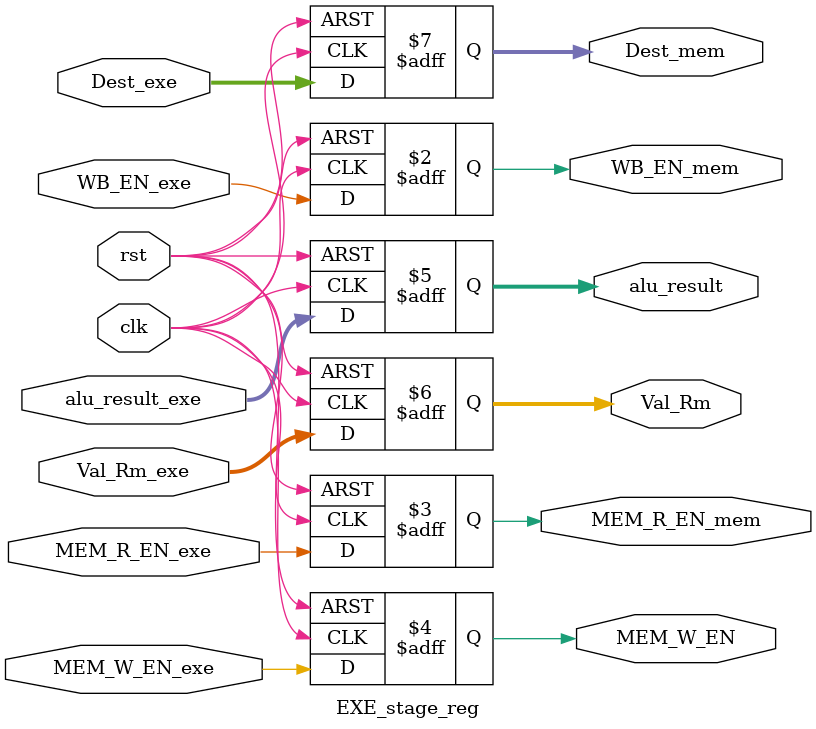
<source format=v>
module EXE_stage_reg(clk, rst, WB_EN_exe, MEM_R_EN_exe, MEM_W_EN_exe, alu_result_exe,
	             Val_Rm_exe, Dest_exe, WB_EN_mem, MEM_R_EN_mem, MEM_W_EN, alu_result,
                     Val_Rm, Dest_mem);

  input clk, rst, WB_EN_exe, MEM_R_EN_exe, MEM_W_EN_exe;
  input [31:0] alu_result_exe, Val_Rm_exe;
  input [3:0] Dest_exe;

  output reg WB_EN_mem, MEM_R_EN_mem, MEM_W_EN;
  output reg [31:0] alu_result, Val_Rm;
  output reg [3:0] Dest_mem;
 
  always@(posedge clk, posedge rst)begin
    if(rst) begin
      WB_EN_mem <= 1'b0;
      MEM_R_EN_mem <= 1'b0;
      MEM_W_EN <= 1'b0;
      alu_result <= 32'b0;
      Val_Rm <= 32'b0;
      Dest_mem <= 4'b0;
    end
    else begin
      WB_EN_mem <= WB_EN_exe;
      MEM_R_EN_mem <= MEM_R_EN_exe;
      MEM_W_EN <= MEM_W_EN_exe;
      alu_result <= alu_result_exe;
      Val_Rm <= Val_Rm_exe;
      Dest_mem <= Dest_exe;
    end  
  end

endmodule

</source>
